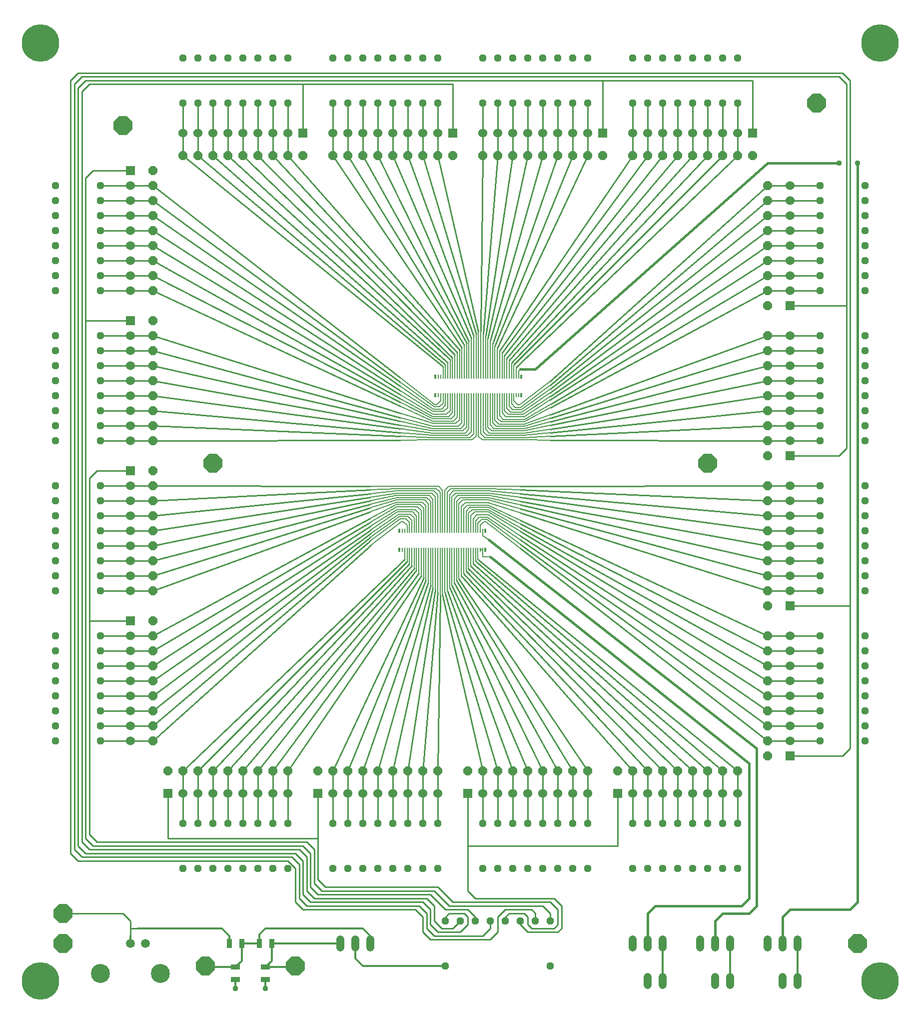
<source format=gtl>
G75*
%MOIN*%
%OFA0B0*%
%FSLAX24Y24*%
%IPPOS*%
%LPD*%
%AMOC8*
5,1,8,0,0,1.08239X$1,22.5*
%
%ADD10R,0.0091X0.0295*%
%ADD11R,0.0138X0.0295*%
%ADD12C,0.1266*%
%ADD13C,0.0591*%
%ADD14R,0.0600X0.0600*%
%ADD15C,0.0600*%
%ADD16C,0.0540*%
%ADD17R,0.0380X0.0600*%
%ADD18R,0.0600X0.0380*%
%ADD19OC8,0.0472*%
%ADD20OC8,0.0600*%
%ADD21OC8,0.1240*%
%ADD22C,0.2500*%
%ADD23C,0.0070*%
%ADD24C,0.0100*%
%ADD25C,0.0376*%
%ADD26C,0.0120*%
%ADD27C,0.0160*%
D10*
X029273Y037386D03*
X029430Y037386D03*
X029588Y037386D03*
X029745Y037386D03*
X029903Y037386D03*
X030060Y037386D03*
X030218Y037386D03*
X030375Y037386D03*
X030533Y037386D03*
X030690Y037386D03*
X030848Y037386D03*
X031005Y037386D03*
X031163Y037386D03*
X031320Y037386D03*
X031478Y037386D03*
X031635Y037386D03*
X031793Y037386D03*
X031950Y037386D03*
X032107Y037386D03*
X032265Y037386D03*
X032422Y037386D03*
X032580Y037386D03*
X032737Y037386D03*
X032895Y037386D03*
X033052Y037386D03*
X033210Y037386D03*
X033367Y037386D03*
X033525Y037386D03*
X033682Y037386D03*
X033840Y037386D03*
X033997Y037386D03*
X034155Y037386D03*
X034312Y037386D03*
X034470Y037386D03*
X034627Y037386D03*
X034627Y038634D03*
X034470Y038634D03*
X034312Y038634D03*
X034155Y038634D03*
X033997Y038634D03*
X033840Y038634D03*
X033682Y038634D03*
X033525Y038634D03*
X033367Y038634D03*
X033210Y038634D03*
X033052Y038634D03*
X032895Y038634D03*
X032737Y038634D03*
X032580Y038634D03*
X032422Y038634D03*
X032265Y038634D03*
X032107Y038634D03*
X031950Y038634D03*
X031793Y038634D03*
X031635Y038634D03*
X031478Y038634D03*
X031320Y038634D03*
X031163Y038634D03*
X031005Y038634D03*
X030848Y038634D03*
X030690Y038634D03*
X030533Y038634D03*
X030375Y038634D03*
X030218Y038634D03*
X030060Y038634D03*
X029903Y038634D03*
X029745Y038634D03*
X029588Y038634D03*
X029430Y038634D03*
X029273Y038634D03*
X031673Y047666D03*
X031830Y047666D03*
X031988Y047666D03*
X032145Y047666D03*
X032303Y047666D03*
X032460Y047666D03*
X032618Y047666D03*
X032775Y047666D03*
X032933Y047666D03*
X033090Y047666D03*
X033248Y047666D03*
X033405Y047666D03*
X033563Y047666D03*
X033720Y047666D03*
X033878Y047666D03*
X034035Y047666D03*
X034193Y047666D03*
X034350Y047666D03*
X034507Y047666D03*
X034665Y047666D03*
X034822Y047666D03*
X034980Y047666D03*
X035137Y047666D03*
X035295Y047666D03*
X035452Y047666D03*
X035610Y047666D03*
X035767Y047666D03*
X035925Y047666D03*
X036082Y047666D03*
X036240Y047666D03*
X036397Y047666D03*
X036555Y047666D03*
X036712Y047666D03*
X036870Y047666D03*
X037027Y047666D03*
X037027Y048914D03*
X036870Y048914D03*
X036712Y048914D03*
X036555Y048914D03*
X036397Y048914D03*
X036240Y048914D03*
X036082Y048914D03*
X035925Y048914D03*
X035767Y048914D03*
X035610Y048914D03*
X035452Y048914D03*
X035295Y048914D03*
X035137Y048914D03*
X034980Y048914D03*
X034822Y048914D03*
X034665Y048914D03*
X034507Y048914D03*
X034350Y048914D03*
X034193Y048914D03*
X034035Y048914D03*
X033878Y048914D03*
X033720Y048914D03*
X033563Y048914D03*
X033405Y048914D03*
X033248Y048914D03*
X033090Y048914D03*
X032933Y048914D03*
X032775Y048914D03*
X032618Y048914D03*
X032460Y048914D03*
X032303Y048914D03*
X032145Y048914D03*
X031988Y048914D03*
X031830Y048914D03*
X031673Y048914D03*
D11*
X031486Y048914D03*
X031486Y047666D03*
X037214Y047666D03*
X037214Y048914D03*
X034814Y038634D03*
X034814Y037386D03*
X029086Y037386D03*
X029086Y038634D03*
D12*
X013150Y009150D03*
X009150Y009150D03*
D13*
X011150Y011150D03*
X012150Y011150D03*
D14*
X013650Y021150D03*
X023650Y021150D03*
X033650Y021150D03*
X043650Y021150D03*
X055150Y023650D03*
X055150Y033650D03*
X055150Y043650D03*
X055150Y053650D03*
X052650Y065150D03*
X042650Y065150D03*
X032650Y065150D03*
X022650Y065150D03*
X011150Y062650D03*
X011150Y052650D03*
X011150Y042650D03*
X011150Y032650D03*
D15*
X011150Y031650D03*
X011150Y030650D03*
X011150Y029650D03*
X011150Y028650D03*
X011150Y027650D03*
X011150Y026650D03*
X011150Y025650D03*
X011150Y024650D03*
X014650Y021150D03*
X015650Y021150D03*
X016650Y021150D03*
X017650Y021150D03*
X018650Y021150D03*
X019650Y021150D03*
X020650Y021150D03*
X021650Y021150D03*
X024650Y021150D03*
X025650Y021150D03*
X026650Y021150D03*
X027650Y021150D03*
X028650Y021150D03*
X029650Y021150D03*
X030650Y021150D03*
X031650Y021150D03*
X034650Y021150D03*
X035650Y021150D03*
X036650Y021150D03*
X037650Y021150D03*
X038650Y021150D03*
X039650Y021150D03*
X040650Y021150D03*
X041650Y021150D03*
X044650Y021150D03*
X045650Y021150D03*
X046650Y021150D03*
X047650Y021150D03*
X048650Y021150D03*
X049650Y021150D03*
X050650Y021150D03*
X051650Y021150D03*
X055150Y024650D03*
X055150Y025650D03*
X055150Y026650D03*
X055150Y027650D03*
X055150Y028650D03*
X055150Y029650D03*
X055150Y030650D03*
X055150Y031650D03*
X055150Y034650D03*
X055150Y035650D03*
X055150Y036650D03*
X055150Y037650D03*
X055150Y038650D03*
X055150Y039650D03*
X055150Y040650D03*
X055150Y041650D03*
X055150Y044650D03*
X055150Y045650D03*
X055150Y046650D03*
X055150Y047650D03*
X055150Y048650D03*
X055150Y049650D03*
X055150Y050650D03*
X055150Y051650D03*
X055150Y054650D03*
X055150Y055650D03*
X055150Y056650D03*
X055150Y057650D03*
X055150Y058650D03*
X055150Y059650D03*
X055150Y060650D03*
X055150Y061650D03*
X051650Y065150D03*
X050650Y065150D03*
X049650Y065150D03*
X048650Y065150D03*
X047650Y065150D03*
X046650Y065150D03*
X045650Y065150D03*
X044650Y065150D03*
X041650Y065150D03*
X040650Y065150D03*
X039650Y065150D03*
X038650Y065150D03*
X037650Y065150D03*
X036650Y065150D03*
X035650Y065150D03*
X034650Y065150D03*
X031650Y065150D03*
X030650Y065150D03*
X029650Y065150D03*
X028650Y065150D03*
X027650Y065150D03*
X026650Y065150D03*
X025650Y065150D03*
X024650Y065150D03*
X021650Y065150D03*
X020650Y065150D03*
X019650Y065150D03*
X018650Y065150D03*
X017650Y065150D03*
X016650Y065150D03*
X015650Y065150D03*
X014650Y065150D03*
X011150Y061650D03*
X011150Y060650D03*
X011150Y059650D03*
X011150Y058650D03*
X011150Y057650D03*
X011150Y056650D03*
X011150Y055650D03*
X011150Y054650D03*
X011150Y051650D03*
X011150Y050650D03*
X011150Y049650D03*
X011150Y048650D03*
X011150Y047650D03*
X011150Y046650D03*
X011150Y045650D03*
X011150Y044650D03*
X011150Y041650D03*
X011150Y040650D03*
X011150Y039650D03*
X011150Y038650D03*
X011150Y037650D03*
X011150Y036650D03*
X011150Y035650D03*
X011150Y034650D03*
D16*
X025150Y011420D02*
X025150Y010880D01*
X026150Y010880D02*
X026150Y011420D01*
X027150Y011420D02*
X027150Y010880D01*
X044650Y010880D02*
X044650Y011420D01*
X045650Y011420D02*
X045650Y010880D01*
X046650Y010880D02*
X046650Y011420D01*
X049150Y011420D02*
X049150Y010880D01*
X050150Y010880D02*
X050150Y011420D01*
X051150Y011420D02*
X051150Y010880D01*
X051150Y008920D02*
X051150Y008380D01*
X050150Y008380D02*
X050150Y008920D01*
X046650Y008920D02*
X046650Y008380D01*
X045650Y008380D02*
X045650Y008920D01*
X053650Y010880D02*
X053650Y011420D01*
X054650Y011420D02*
X054650Y010880D01*
X055650Y010880D02*
X055650Y011420D01*
X055650Y008920D02*
X055650Y008380D01*
X054650Y008380D02*
X054650Y008920D01*
D17*
X020560Y011150D03*
X019740Y011150D03*
X018560Y011150D03*
X017740Y011150D03*
D18*
X018150Y009560D03*
X018150Y008740D03*
X020150Y008740D03*
X020150Y009560D03*
D19*
X020650Y016150D03*
X021650Y016150D03*
X019650Y016150D03*
X018650Y016150D03*
X017650Y016150D03*
X016650Y016150D03*
X015650Y016150D03*
X014650Y016150D03*
X014650Y019150D03*
X015650Y019150D03*
X016650Y019150D03*
X017650Y019150D03*
X018650Y019150D03*
X019650Y019150D03*
X020650Y019150D03*
X021650Y019150D03*
X024650Y019150D03*
X025650Y019150D03*
X026650Y019150D03*
X027650Y019150D03*
X028650Y019150D03*
X029650Y019150D03*
X030650Y019150D03*
X031650Y019150D03*
X031650Y016150D03*
X030650Y016150D03*
X029650Y016150D03*
X028650Y016150D03*
X027650Y016150D03*
X026650Y016150D03*
X025650Y016150D03*
X024650Y016150D03*
X032150Y012650D03*
X033150Y012650D03*
X034150Y012650D03*
X035150Y012650D03*
X036150Y012650D03*
X037150Y012650D03*
X038150Y012650D03*
X039150Y012650D03*
X039150Y009650D03*
X039650Y016150D03*
X040650Y016150D03*
X041650Y016150D03*
X041650Y019150D03*
X040650Y019150D03*
X039650Y019150D03*
X038650Y019150D03*
X037650Y019150D03*
X036650Y019150D03*
X035650Y019150D03*
X034650Y019150D03*
X034650Y016150D03*
X035650Y016150D03*
X036650Y016150D03*
X037650Y016150D03*
X038650Y016150D03*
X044650Y016150D03*
X045650Y016150D03*
X046650Y016150D03*
X047650Y016150D03*
X048650Y016150D03*
X049650Y016150D03*
X050650Y016150D03*
X051650Y016150D03*
X051650Y019150D03*
X050650Y019150D03*
X049650Y019150D03*
X048650Y019150D03*
X047650Y019150D03*
X046650Y019150D03*
X045650Y019150D03*
X044650Y019150D03*
X057150Y024650D03*
X057150Y025650D03*
X057150Y026650D03*
X057150Y027650D03*
X057150Y028650D03*
X057150Y029650D03*
X057150Y030650D03*
X057150Y031650D03*
X057150Y034650D03*
X057150Y035650D03*
X057150Y036650D03*
X057150Y037650D03*
X057150Y038650D03*
X057150Y039650D03*
X057150Y040650D03*
X057150Y041650D03*
X057150Y044650D03*
X057150Y045650D03*
X057150Y046650D03*
X057150Y047650D03*
X057150Y048650D03*
X057150Y049650D03*
X057150Y050650D03*
X057150Y051650D03*
X057150Y054650D03*
X057150Y055650D03*
X057150Y056650D03*
X057150Y057650D03*
X057150Y058650D03*
X057150Y059650D03*
X057150Y060650D03*
X057150Y061650D03*
X060150Y061650D03*
X060150Y060650D03*
X060150Y059650D03*
X060150Y058650D03*
X060150Y057650D03*
X060150Y056650D03*
X060150Y055650D03*
X060150Y054650D03*
X060150Y051650D03*
X060150Y050650D03*
X060150Y049650D03*
X060150Y048650D03*
X060150Y047650D03*
X060150Y046650D03*
X060150Y045650D03*
X060150Y044650D03*
X060150Y041650D03*
X060150Y040650D03*
X060150Y039650D03*
X060150Y038650D03*
X060150Y037650D03*
X060150Y036650D03*
X060150Y035650D03*
X060150Y034650D03*
X060150Y031650D03*
X060150Y030650D03*
X060150Y029650D03*
X060150Y028650D03*
X060150Y027650D03*
X060150Y026650D03*
X060150Y025650D03*
X060150Y024650D03*
X032150Y009650D03*
X009150Y024650D03*
X009150Y025650D03*
X009150Y026650D03*
X009150Y027650D03*
X009150Y028650D03*
X009150Y029650D03*
X009150Y030650D03*
X009150Y031650D03*
X009150Y034650D03*
X009150Y035650D03*
X009150Y036650D03*
X009150Y037650D03*
X009150Y038650D03*
X009150Y039650D03*
X009150Y040650D03*
X009150Y041650D03*
X009150Y044650D03*
X009150Y045650D03*
X009150Y046650D03*
X009150Y047650D03*
X009150Y048650D03*
X009150Y049650D03*
X009150Y050650D03*
X009150Y051650D03*
X009150Y054650D03*
X009150Y055650D03*
X009150Y056650D03*
X009150Y057650D03*
X009150Y058650D03*
X009150Y059650D03*
X009150Y060650D03*
X009150Y061650D03*
X006150Y061650D03*
X006150Y060650D03*
X006150Y059650D03*
X006150Y058650D03*
X006150Y057650D03*
X006150Y056650D03*
X006150Y055650D03*
X006150Y054650D03*
X006150Y051650D03*
X006150Y050650D03*
X006150Y049650D03*
X006150Y048650D03*
X006150Y047650D03*
X006150Y046650D03*
X006150Y045650D03*
X006150Y044650D03*
X006150Y041650D03*
X006150Y040650D03*
X006150Y039650D03*
X006150Y038650D03*
X006150Y037650D03*
X006150Y036650D03*
X006150Y035650D03*
X006150Y034650D03*
X006150Y031650D03*
X006150Y030650D03*
X006150Y029650D03*
X006150Y028650D03*
X006150Y027650D03*
X006150Y026650D03*
X006150Y025650D03*
X006150Y024650D03*
X014650Y067150D03*
X015650Y067150D03*
X016650Y067150D03*
X017650Y067150D03*
X018650Y067150D03*
X019650Y067150D03*
X020650Y067150D03*
X021650Y067150D03*
X021650Y070150D03*
X020650Y070150D03*
X019650Y070150D03*
X018650Y070150D03*
X017650Y070150D03*
X016650Y070150D03*
X015650Y070150D03*
X014650Y070150D03*
X024650Y070150D03*
X025650Y070150D03*
X026650Y070150D03*
X027650Y070150D03*
X028650Y070150D03*
X029650Y070150D03*
X030650Y070150D03*
X031650Y070150D03*
X034650Y070150D03*
X035650Y070150D03*
X036650Y070150D03*
X037650Y070150D03*
X038650Y070150D03*
X039650Y070150D03*
X040650Y070150D03*
X041650Y070150D03*
X041650Y067150D03*
X040650Y067150D03*
X039650Y067150D03*
X038650Y067150D03*
X037650Y067150D03*
X036650Y067150D03*
X035650Y067150D03*
X034650Y067150D03*
X031650Y067150D03*
X030650Y067150D03*
X029650Y067150D03*
X028650Y067150D03*
X027650Y067150D03*
X026650Y067150D03*
X025650Y067150D03*
X024650Y067150D03*
X044650Y067150D03*
X045650Y067150D03*
X046650Y067150D03*
X047650Y067150D03*
X048650Y067150D03*
X049650Y067150D03*
X050650Y067150D03*
X051650Y067150D03*
X051650Y070150D03*
X050650Y070150D03*
X049650Y070150D03*
X048650Y070150D03*
X047650Y070150D03*
X046650Y070150D03*
X045650Y070150D03*
X044650Y070150D03*
D20*
X044650Y063650D03*
X045650Y063650D03*
X046650Y063650D03*
X047650Y063650D03*
X048650Y063650D03*
X049650Y063650D03*
X050650Y063650D03*
X051650Y063650D03*
X052650Y063650D03*
X053650Y061650D03*
X053650Y060650D03*
X053650Y059650D03*
X053650Y058650D03*
X053650Y057650D03*
X053650Y056650D03*
X053650Y055650D03*
X053650Y054650D03*
X053650Y053650D03*
X053650Y051650D03*
X053650Y050650D03*
X053650Y049650D03*
X053650Y048650D03*
X053650Y047650D03*
X053650Y046650D03*
X053650Y045650D03*
X053650Y044650D03*
X053650Y043650D03*
X053650Y041650D03*
X053650Y040650D03*
X053650Y039650D03*
X053650Y038650D03*
X053650Y037650D03*
X053650Y036650D03*
X053650Y035650D03*
X053650Y034650D03*
X053650Y033650D03*
X053650Y031650D03*
X053650Y030650D03*
X053650Y029650D03*
X053650Y028650D03*
X053650Y027650D03*
X053650Y026650D03*
X053650Y025650D03*
X053650Y024650D03*
X053650Y023650D03*
X051650Y022650D03*
X050650Y022650D03*
X049650Y022650D03*
X048650Y022650D03*
X047650Y022650D03*
X046650Y022650D03*
X045650Y022650D03*
X044650Y022650D03*
X043650Y022650D03*
X041650Y022650D03*
X040650Y022650D03*
X039650Y022650D03*
X038650Y022650D03*
X037650Y022650D03*
X036650Y022650D03*
X035650Y022650D03*
X034650Y022650D03*
X033650Y022650D03*
X031650Y022650D03*
X030650Y022650D03*
X029650Y022650D03*
X028650Y022650D03*
X027650Y022650D03*
X026650Y022650D03*
X025650Y022650D03*
X024650Y022650D03*
X023650Y022650D03*
X021650Y022650D03*
X020650Y022650D03*
X019650Y022650D03*
X018650Y022650D03*
X017650Y022650D03*
X016650Y022650D03*
X015650Y022650D03*
X014650Y022650D03*
X013650Y022650D03*
X012650Y024650D03*
X012650Y025650D03*
X012650Y026650D03*
X012650Y027650D03*
X012650Y028650D03*
X012650Y029650D03*
X012650Y030650D03*
X012650Y031650D03*
X012650Y032650D03*
X012650Y034650D03*
X012650Y035650D03*
X012650Y036650D03*
X012650Y037650D03*
X012650Y038650D03*
X012650Y039650D03*
X012650Y040650D03*
X012650Y041650D03*
X012650Y042650D03*
X012650Y044650D03*
X012650Y045650D03*
X012650Y046650D03*
X012650Y047650D03*
X012650Y048650D03*
X012650Y049650D03*
X012650Y050650D03*
X012650Y051650D03*
X012650Y052650D03*
X012650Y054650D03*
X012650Y055650D03*
X012650Y056650D03*
X012650Y057650D03*
X012650Y058650D03*
X012650Y059650D03*
X012650Y060650D03*
X012650Y061650D03*
X012650Y062650D03*
X014650Y063650D03*
X015650Y063650D03*
X016650Y063650D03*
X017650Y063650D03*
X018650Y063650D03*
X019650Y063650D03*
X020650Y063650D03*
X021650Y063650D03*
X022650Y063650D03*
X024650Y063650D03*
X025650Y063650D03*
X026650Y063650D03*
X027650Y063650D03*
X028650Y063650D03*
X029650Y063650D03*
X030650Y063650D03*
X031650Y063650D03*
X032650Y063650D03*
X034650Y063650D03*
X035650Y063650D03*
X036650Y063650D03*
X037650Y063650D03*
X038650Y063650D03*
X039650Y063650D03*
X040650Y063650D03*
X041650Y063650D03*
X042650Y063650D03*
D21*
X056900Y067150D03*
X049650Y043150D03*
X059650Y011150D03*
X022150Y009650D03*
X016150Y009650D03*
X006650Y011150D03*
X006650Y013150D03*
X016650Y043150D03*
X010650Y065650D03*
D22*
X005150Y008650D03*
X005150Y071150D03*
X061150Y071150D03*
X061150Y008650D03*
D23*
X037150Y037460D02*
X034850Y039250D01*
X034720Y039250D01*
X034470Y039000D01*
X034470Y038634D01*
X034627Y038634D02*
X034627Y038302D01*
X035022Y038052D01*
X034627Y037386D02*
X034470Y037386D01*
X034627Y037386D02*
X034627Y036900D01*
X035150Y036900D01*
X034312Y036738D02*
X034312Y037386D01*
X034155Y037386D02*
X034155Y036595D01*
X033997Y036453D02*
X033997Y037386D01*
X033840Y037386D02*
X033840Y036260D01*
X033682Y036118D02*
X033682Y037386D01*
X033525Y037386D02*
X033525Y035925D01*
X033367Y035783D02*
X033367Y037386D01*
X033210Y037386D02*
X033210Y035640D01*
X033052Y035448D02*
X033052Y037386D01*
X032895Y037386D02*
X032895Y035305D01*
X032737Y035163D02*
X032737Y037386D01*
X032580Y037386D02*
X032580Y035020D01*
X032422Y034828D02*
X032422Y037386D01*
X032265Y037386D02*
X032265Y034685D01*
X032107Y034543D02*
X032107Y037386D01*
X031950Y037386D02*
X031950Y034400D01*
X031793Y034357D02*
X031793Y037386D01*
X031635Y037386D02*
X031635Y034550D01*
X031478Y034700D02*
X031478Y037386D01*
X031320Y037386D02*
X031320Y034850D01*
X031163Y035000D02*
X031163Y037386D01*
X031005Y037386D02*
X031005Y035200D01*
X030848Y035350D02*
X030848Y037386D01*
X030690Y037386D02*
X030690Y035500D01*
X030533Y035650D02*
X030533Y037386D01*
X030375Y037386D02*
X030375Y035800D01*
X030218Y036000D02*
X030218Y037386D01*
X030060Y037386D02*
X030060Y036150D01*
X029903Y036300D02*
X029903Y037386D01*
X029745Y037386D02*
X029745Y036450D01*
X029588Y036600D02*
X029588Y037386D01*
X029430Y037386D02*
X029430Y036750D01*
X029588Y038634D02*
X029588Y039000D01*
X029338Y039250D01*
X029200Y039250D01*
X027160Y037680D01*
X027150Y037960D02*
X029150Y039450D01*
X029495Y039450D01*
X029745Y039200D01*
X029745Y038634D01*
X029903Y038634D02*
X029903Y039350D01*
X029653Y039600D01*
X029100Y039600D01*
X027140Y038200D01*
X027150Y038450D02*
X029050Y039750D01*
X029810Y039750D01*
X030060Y039500D01*
X030060Y038634D01*
X030218Y038634D02*
X030218Y039650D01*
X029968Y039900D01*
X028950Y039900D01*
X027140Y038690D01*
X027150Y038930D02*
X028900Y040050D01*
X030125Y040050D01*
X030375Y039800D01*
X030375Y038634D01*
X030533Y038634D02*
X030533Y040000D01*
X030283Y040250D01*
X028900Y040250D01*
X027140Y039210D01*
X027150Y039460D02*
X028900Y040400D01*
X030440Y040400D01*
X030690Y040150D01*
X030690Y038634D01*
X030848Y038634D02*
X030848Y040300D01*
X030598Y040550D01*
X028900Y040550D01*
X027150Y039920D01*
X027150Y040160D02*
X028900Y040700D01*
X030755Y040700D01*
X031005Y040450D01*
X031005Y038634D01*
X031163Y038634D02*
X031163Y040600D01*
X030913Y040850D01*
X028900Y040850D01*
X027150Y040400D01*
X027150Y040640D02*
X028900Y041000D01*
X031070Y041000D01*
X031320Y040750D01*
X031320Y038634D01*
X031478Y038634D02*
X031478Y040900D01*
X031228Y041150D01*
X028900Y041150D01*
X027150Y040880D01*
X027150Y041120D02*
X028900Y041300D01*
X031385Y041300D01*
X031635Y041050D01*
X031635Y038634D01*
X031793Y038634D02*
X031793Y041200D01*
X031543Y041450D01*
X028900Y041450D01*
X027150Y041360D01*
X027150Y041610D02*
X028900Y041600D01*
X031700Y041600D01*
X031950Y041350D01*
X031950Y038634D01*
X032107Y038634D02*
X032107Y041350D01*
X032357Y041600D01*
X035000Y041600D01*
X037150Y041610D01*
X037150Y041360D02*
X035000Y041450D01*
X032515Y041450D01*
X032265Y041200D01*
X032265Y038634D01*
X032422Y038634D02*
X032422Y041050D01*
X032672Y041300D01*
X035000Y041300D01*
X037150Y041110D01*
X037150Y040860D02*
X035000Y041150D01*
X032830Y041150D01*
X032580Y040900D01*
X032580Y038634D01*
X032737Y038634D02*
X032737Y040750D01*
X032987Y041000D01*
X035000Y041000D01*
X037150Y040620D01*
X037150Y040360D02*
X035000Y040850D01*
X033145Y040850D01*
X032895Y040600D01*
X032895Y038634D01*
X033052Y038634D02*
X033052Y040450D01*
X033302Y040700D01*
X035000Y040700D01*
X037150Y040120D01*
X037150Y039830D02*
X035000Y040500D01*
X033460Y040500D01*
X033210Y040250D01*
X033210Y038634D01*
X033367Y038634D02*
X033367Y040100D01*
X033617Y040350D01*
X035000Y040350D01*
X037150Y039350D01*
X037150Y039100D02*
X035000Y040200D01*
X033775Y040200D01*
X033525Y039950D01*
X033525Y038634D01*
X033682Y038634D02*
X033682Y039800D01*
X033932Y040050D01*
X035000Y040050D01*
X037150Y038850D01*
X037150Y038600D02*
X035000Y039900D01*
X034090Y039900D01*
X033840Y039650D01*
X033840Y038634D01*
X033997Y038634D02*
X033997Y039450D01*
X034247Y039700D01*
X035000Y039700D01*
X037150Y038310D01*
X037150Y038030D02*
X034950Y039550D01*
X034405Y039550D01*
X034155Y039300D01*
X034155Y038634D01*
X034312Y038634D02*
X034312Y039150D01*
X034562Y039400D01*
X034900Y039400D01*
X037150Y037750D01*
X037400Y044700D02*
X034600Y044700D01*
X034350Y044950D01*
X034350Y047666D01*
X034507Y047666D02*
X034507Y045100D01*
X034757Y044850D01*
X037400Y044850D01*
X039150Y044940D01*
X039150Y045180D02*
X037400Y045000D01*
X034915Y045000D01*
X034665Y045250D01*
X034665Y047666D01*
X034822Y047666D02*
X034822Y045400D01*
X035072Y045150D01*
X037400Y045150D01*
X039150Y045420D01*
X039150Y045660D02*
X037400Y045300D01*
X035230Y045300D01*
X034980Y045550D01*
X034980Y047666D01*
X035137Y047666D02*
X035137Y045700D01*
X035387Y045450D01*
X037400Y045450D01*
X039150Y045900D01*
X039150Y046140D02*
X037400Y045600D01*
X035545Y045600D01*
X035295Y045850D01*
X035295Y047666D01*
X035452Y047666D02*
X035452Y046000D01*
X035702Y045750D01*
X037400Y045750D01*
X039150Y046380D01*
X039150Y046840D02*
X037400Y045900D01*
X035860Y045900D01*
X035610Y046150D01*
X035610Y047666D01*
X035767Y047666D02*
X035767Y046300D01*
X036017Y046050D01*
X037400Y046050D01*
X039160Y047090D01*
X039150Y047370D02*
X037400Y046250D01*
X036175Y046250D01*
X035925Y046500D01*
X035925Y047666D01*
X036082Y047666D02*
X036082Y046650D01*
X036332Y046400D01*
X037350Y046400D01*
X039160Y047610D01*
X039150Y047850D02*
X037250Y046550D01*
X036490Y046550D01*
X036240Y046800D01*
X036240Y047666D01*
X036397Y047666D02*
X036397Y046950D01*
X036647Y046700D01*
X037200Y046700D01*
X039160Y048100D01*
X039150Y048340D02*
X037150Y046850D01*
X036805Y046850D01*
X036555Y047100D01*
X036555Y047666D01*
X036712Y047666D02*
X036712Y047300D01*
X036962Y047050D01*
X037100Y047050D01*
X039140Y048620D01*
X037027Y048914D02*
X037027Y049277D01*
X037150Y049400D01*
X036870Y049550D02*
X036870Y048914D01*
X036712Y048914D02*
X036712Y049700D01*
X036555Y049850D02*
X036555Y048914D01*
X036397Y048914D02*
X036397Y050000D01*
X036240Y050150D02*
X036240Y048914D01*
X036082Y048914D02*
X036082Y050300D01*
X035925Y050500D02*
X035925Y048914D01*
X035767Y048914D02*
X035767Y050650D01*
X035610Y050800D02*
X035610Y048914D01*
X035452Y048914D02*
X035452Y050950D01*
X035295Y051100D02*
X035295Y048914D01*
X035137Y048914D02*
X035137Y051300D01*
X034980Y051450D02*
X034980Y048914D01*
X034822Y048914D02*
X034822Y051600D01*
X034665Y051750D02*
X034665Y048914D01*
X034507Y048914D02*
X034507Y051943D01*
X034350Y051900D02*
X034350Y048914D01*
X034193Y048914D02*
X034193Y051757D01*
X034035Y051615D02*
X034035Y048914D01*
X033878Y048914D02*
X033878Y051472D01*
X033720Y051280D02*
X033720Y048914D01*
X033563Y048914D02*
X033563Y051137D01*
X033405Y050995D02*
X033405Y048914D01*
X033248Y048914D02*
X033248Y050852D01*
X033090Y050660D02*
X033090Y048914D01*
X032933Y048914D02*
X032933Y050517D01*
X032775Y050375D02*
X032775Y048914D01*
X032618Y048914D02*
X032618Y050182D01*
X032460Y050040D02*
X032460Y048914D01*
X032303Y048914D02*
X032303Y049847D01*
X032145Y049705D02*
X032145Y048914D01*
X031988Y048914D02*
X031988Y049562D01*
X031988Y047666D02*
X031988Y047150D01*
X031738Y046900D01*
X031400Y046900D01*
X029150Y048550D01*
X029150Y048270D02*
X031350Y046750D01*
X031895Y046750D01*
X032145Y047000D01*
X032145Y047666D01*
X032303Y047666D02*
X032303Y046850D01*
X032053Y046600D01*
X031300Y046600D01*
X029150Y047990D01*
X029150Y047700D02*
X031300Y046400D01*
X032210Y046400D01*
X032460Y046650D01*
X032460Y047666D01*
X032618Y047666D02*
X032618Y046500D01*
X032368Y046250D01*
X031300Y046250D01*
X029150Y047450D01*
X029150Y047200D02*
X031300Y046100D01*
X032525Y046100D01*
X032775Y046350D01*
X032775Y047666D01*
X032933Y047666D02*
X032933Y046200D01*
X032683Y045950D01*
X031300Y045950D01*
X029150Y046950D01*
X029150Y046470D02*
X031300Y045800D01*
X032840Y045800D01*
X033090Y046050D01*
X033090Y047666D01*
X033248Y047666D02*
X033248Y045850D01*
X032998Y045600D01*
X031300Y045600D01*
X029150Y046180D01*
X029150Y045940D02*
X031300Y045450D01*
X033155Y045450D01*
X033405Y045700D01*
X033405Y047666D01*
X033563Y047666D02*
X033563Y045550D01*
X033313Y045300D01*
X031300Y045300D01*
X029150Y045680D01*
X029150Y045440D02*
X031300Y045150D01*
X033470Y045150D01*
X033720Y045400D01*
X033720Y047666D01*
X033878Y047666D02*
X033878Y045250D01*
X033628Y045000D01*
X031300Y045000D01*
X029150Y045190D01*
X029150Y044940D02*
X031300Y044850D01*
X033785Y044850D01*
X034035Y045100D01*
X034035Y047666D01*
X034193Y047666D02*
X034193Y044950D01*
X033943Y044700D01*
X031300Y044700D01*
X029150Y044690D01*
X031450Y047050D02*
X029150Y048840D01*
X031450Y047050D02*
X031580Y047050D01*
X031830Y047300D01*
X031830Y047666D01*
X037400Y044700D02*
X039150Y044690D01*
D24*
X053650Y044650D01*
X055150Y044650D01*
X057150Y044650D01*
X057150Y045650D02*
X055150Y045650D01*
X053650Y045650D01*
X039150Y044940D01*
X039150Y045180D02*
X053650Y046650D01*
X055150Y046650D01*
X057150Y046650D01*
X057150Y047650D02*
X055150Y047650D01*
X053650Y047650D01*
X039150Y045420D01*
X039150Y045660D02*
X053650Y048650D01*
X055150Y048650D01*
X057150Y048650D01*
X057150Y049650D02*
X055150Y049650D01*
X053650Y049650D01*
X039150Y045900D01*
X039150Y046140D02*
X053650Y050650D01*
X055150Y050650D01*
X057150Y050650D01*
X057150Y051650D02*
X055150Y051650D01*
X053650Y051650D01*
X039150Y046380D01*
X039150Y046840D02*
X053650Y054650D01*
X055150Y054650D01*
X057150Y054650D01*
X057150Y055650D02*
X055150Y055650D01*
X053650Y055650D01*
X039160Y047090D01*
X039150Y047370D02*
X053650Y056650D01*
X055150Y056650D01*
X057150Y056650D01*
X057150Y057650D02*
X055150Y057650D01*
X053650Y057650D01*
X039160Y047610D01*
X039150Y047850D02*
X053650Y058650D01*
X055150Y058650D01*
X057150Y058650D01*
X057150Y059650D02*
X055150Y059650D01*
X053650Y059650D01*
X039160Y048100D01*
X039150Y048340D02*
X053650Y060650D01*
X055150Y060650D01*
X057150Y060650D01*
X057150Y061650D02*
X055150Y061650D01*
X053650Y061650D01*
X039140Y048620D01*
X036870Y049550D02*
X051650Y063650D01*
X051650Y065150D01*
X051650Y067150D01*
X050650Y067150D02*
X050650Y065150D01*
X050650Y063650D01*
X036712Y049700D01*
X036555Y049850D02*
X049650Y063650D01*
X049650Y065150D01*
X049650Y067150D01*
X048650Y067150D02*
X048650Y065150D01*
X048650Y063650D01*
X036397Y050000D01*
X036240Y050150D02*
X047650Y063650D01*
X047650Y065150D01*
X047650Y067150D01*
X046650Y067150D02*
X046650Y065150D01*
X046650Y063650D01*
X036082Y050300D01*
X035925Y050500D02*
X045650Y063650D01*
X045650Y065150D01*
X045650Y067150D01*
X044650Y067150D02*
X044650Y065150D01*
X044650Y063650D01*
X035767Y050650D01*
X035610Y050800D02*
X041650Y063650D01*
X041650Y065150D01*
X041650Y067150D01*
X040650Y067150D02*
X040650Y065150D01*
X040650Y063650D01*
X035452Y050950D01*
X035295Y051100D02*
X039650Y063650D01*
X039650Y065150D01*
X039650Y067150D01*
X038650Y067150D02*
X038650Y065150D01*
X038650Y063650D01*
X035137Y051300D01*
X034980Y051450D02*
X037650Y063650D01*
X037650Y065150D01*
X037650Y067150D01*
X036650Y067150D02*
X036650Y065150D01*
X036650Y063650D01*
X034822Y051600D01*
X034665Y051750D02*
X035650Y063650D01*
X035650Y065150D01*
X035650Y067150D01*
X034650Y067150D02*
X034650Y065150D01*
X034650Y063650D01*
X034507Y051943D01*
X034350Y051900D02*
X031650Y063650D01*
X031650Y065150D01*
X031650Y067150D01*
X030650Y067150D02*
X030650Y065150D01*
X030650Y063650D01*
X034193Y051757D01*
X034035Y051615D02*
X029650Y063650D01*
X029650Y065150D01*
X029650Y067150D01*
X028650Y067150D02*
X028650Y065150D01*
X028650Y063650D01*
X033878Y051472D01*
X033720Y051280D02*
X027650Y063650D01*
X027650Y065150D01*
X027650Y067150D01*
X026650Y067150D02*
X026650Y065150D01*
X026650Y063650D01*
X033563Y051137D01*
X033405Y050995D02*
X025650Y063650D01*
X025650Y065150D01*
X025650Y067150D01*
X024650Y067150D02*
X024650Y065150D01*
X024650Y063650D01*
X033248Y050852D01*
X033090Y050660D02*
X021650Y063650D01*
X021650Y065150D01*
X021650Y067150D01*
X020650Y067150D02*
X020650Y065150D01*
X020650Y063650D01*
X032933Y050517D01*
X032775Y050375D02*
X019650Y063650D01*
X019650Y065150D01*
X019650Y067150D01*
X018650Y067150D02*
X018650Y065150D01*
X018650Y063650D01*
X032618Y050182D01*
X032460Y050040D02*
X017650Y063650D01*
X017650Y065150D01*
X017650Y067150D01*
X016650Y067150D02*
X016650Y065150D01*
X016650Y063650D01*
X032303Y049847D01*
X032145Y049705D02*
X015650Y063650D01*
X015650Y065150D01*
X015650Y067150D01*
X014650Y067150D02*
X014650Y065150D01*
X014650Y063650D01*
X031988Y049562D01*
X029150Y048840D02*
X012650Y061650D01*
X011150Y061650D01*
X009150Y061650D01*
X008650Y062650D02*
X011150Y062650D01*
X011150Y060650D02*
X009150Y060650D01*
X009150Y059650D02*
X011150Y059650D01*
X012650Y059650D01*
X029150Y048270D01*
X029150Y048550D02*
X012650Y060650D01*
X011150Y060650D01*
X011150Y058650D02*
X009150Y058650D01*
X009150Y057650D02*
X011150Y057650D01*
X012650Y057650D01*
X029150Y047700D01*
X029150Y047450D02*
X012650Y056650D01*
X011150Y056650D01*
X009150Y056650D01*
X009150Y055650D02*
X011150Y055650D01*
X012650Y055650D01*
X029150Y047200D01*
X029150Y046950D02*
X012650Y054650D01*
X011150Y054650D01*
X009150Y054650D01*
X008150Y052650D02*
X011150Y052650D01*
X011150Y051650D02*
X012650Y051650D01*
X029150Y046470D01*
X029150Y046180D02*
X012650Y050650D01*
X011150Y050650D01*
X009150Y050650D01*
X009150Y049650D02*
X011150Y049650D01*
X012650Y049650D01*
X029150Y045940D01*
X029150Y045680D02*
X012650Y048650D01*
X011150Y048650D01*
X009150Y048650D01*
X009150Y047650D02*
X011150Y047650D01*
X012650Y047650D01*
X029150Y045440D01*
X029150Y045190D02*
X012650Y046650D01*
X011150Y046650D01*
X009150Y046650D01*
X009150Y045650D02*
X011150Y045650D01*
X012650Y045650D01*
X029150Y044940D01*
X029150Y044690D02*
X012650Y044650D01*
X011150Y044650D01*
X009150Y044650D01*
X008900Y042650D02*
X011150Y042650D01*
X011150Y041650D02*
X009150Y041650D01*
X008400Y042150D02*
X008900Y042650D01*
X008400Y042150D02*
X008400Y032650D01*
X011150Y032650D01*
X011150Y031650D02*
X009150Y031650D01*
X008400Y032650D02*
X008400Y018400D01*
X008900Y017900D01*
X022900Y017900D01*
X023400Y017400D01*
X023400Y015150D01*
X023900Y014650D01*
X031400Y014650D01*
X032400Y013650D01*
X038650Y013650D01*
X039150Y013150D01*
X039150Y012650D01*
X039400Y012150D02*
X039650Y012400D01*
X039650Y013400D01*
X039150Y013900D01*
X032650Y013900D01*
X031650Y014900D01*
X024150Y014900D01*
X023650Y015400D01*
X023650Y018150D01*
X013650Y018150D01*
X013650Y021150D01*
X014650Y021150D02*
X014650Y022650D01*
X029430Y036750D01*
X029588Y036600D02*
X015650Y022650D01*
X015650Y021150D01*
X015650Y019150D01*
X014650Y019150D02*
X014650Y021150D01*
X016650Y021150D02*
X016650Y019150D01*
X017650Y019150D02*
X017650Y021150D01*
X017650Y022650D01*
X029903Y036300D01*
X030060Y036150D02*
X018650Y022650D01*
X018650Y021150D01*
X018650Y019150D01*
X019650Y019150D02*
X019650Y021150D01*
X019650Y022650D01*
X030218Y036000D01*
X030375Y035800D02*
X020650Y022650D01*
X020650Y021150D01*
X020650Y019150D01*
X021650Y019150D02*
X021650Y021150D01*
X021650Y022650D01*
X030533Y035650D01*
X030690Y035500D02*
X024650Y022650D01*
X024650Y021150D01*
X024650Y019150D01*
X025650Y019150D02*
X025650Y021150D01*
X025650Y022650D01*
X030848Y035350D01*
X031005Y035200D02*
X026650Y022650D01*
X026650Y021150D01*
X026650Y019150D01*
X027650Y019150D02*
X027650Y021150D01*
X027650Y022650D01*
X031163Y035000D01*
X031320Y034850D02*
X028650Y022650D01*
X028650Y021150D01*
X028650Y019150D01*
X029650Y019150D02*
X029650Y021150D01*
X029650Y022650D01*
X031478Y034700D01*
X031635Y034550D02*
X030650Y022650D01*
X030650Y021150D01*
X030650Y019150D01*
X031650Y019150D02*
X031650Y021150D01*
X031650Y022650D01*
X031793Y034357D01*
X031950Y034400D02*
X034650Y022650D01*
X034650Y021150D01*
X034650Y019150D01*
X035650Y019150D02*
X035650Y021150D01*
X035650Y022650D01*
X032107Y034543D01*
X032265Y034685D02*
X036650Y022650D01*
X036650Y021150D01*
X036650Y019150D01*
X037650Y019150D02*
X037650Y021150D01*
X037650Y022650D01*
X032422Y034828D01*
X032580Y035020D02*
X038650Y022650D01*
X038650Y021150D01*
X038650Y019150D01*
X039650Y019150D02*
X039650Y021150D01*
X039650Y022650D01*
X032737Y035163D01*
X032895Y035305D02*
X040650Y022650D01*
X040650Y021150D01*
X040650Y019150D01*
X041650Y019150D02*
X041650Y021150D01*
X041650Y022650D01*
X033052Y035448D01*
X033210Y035640D02*
X044650Y022650D01*
X044650Y021150D01*
X044650Y019150D01*
X045650Y019150D02*
X045650Y021150D01*
X045650Y022650D01*
X033367Y035783D01*
X033525Y035925D02*
X046650Y022650D01*
X046650Y021150D01*
X046650Y019150D01*
X047650Y019150D02*
X047650Y021150D01*
X047650Y022650D01*
X033682Y036118D01*
X033840Y036260D02*
X048650Y022650D01*
X048650Y021150D01*
X048650Y019150D01*
X049650Y019150D02*
X049650Y021150D01*
X049650Y022650D01*
X033997Y036453D01*
X034155Y036595D02*
X050650Y022650D01*
X050650Y021150D01*
X050650Y019150D01*
X051650Y019150D02*
X051650Y021150D01*
X051650Y022650D01*
X034312Y036738D01*
X037150Y037460D02*
X053650Y024650D01*
X037150Y037460D01*
X037150Y037750D02*
X053650Y025650D01*
X055150Y025650D01*
X057150Y025650D01*
X057150Y026650D02*
X055150Y026650D01*
X053650Y026650D01*
X037150Y038030D01*
X037150Y038310D02*
X053650Y027650D01*
X055150Y027650D01*
X057150Y027650D01*
X057150Y028650D02*
X055150Y028650D01*
X053650Y028650D01*
X037150Y038600D01*
X037150Y038850D02*
X053650Y029650D01*
X055150Y029650D01*
X057150Y029650D01*
X057150Y030650D02*
X055150Y030650D01*
X053650Y030650D01*
X037150Y039100D01*
X037150Y039350D02*
X053650Y031650D01*
X055150Y031650D01*
X057150Y031650D01*
X059150Y033650D02*
X055150Y033650D01*
X055150Y034650D02*
X053650Y034650D01*
X037150Y039830D01*
X037150Y040120D02*
X053650Y035650D01*
X055150Y035650D01*
X057150Y035650D01*
X057150Y036650D02*
X055150Y036650D01*
X053650Y036650D01*
X037150Y040360D01*
X037150Y040620D02*
X053650Y037650D01*
X055150Y037650D01*
X057150Y037650D01*
X057150Y038650D02*
X055150Y038650D01*
X053650Y038650D01*
X037150Y040860D01*
X037150Y041110D02*
X053650Y039650D01*
X055150Y039650D01*
X057150Y039650D01*
X057150Y040650D02*
X055150Y040650D01*
X053650Y040650D01*
X037150Y041360D01*
X037150Y041610D02*
X053650Y041650D01*
X055150Y041650D01*
X057150Y041650D01*
X058400Y043650D02*
X058900Y044150D01*
X058900Y053650D01*
X055150Y053650D01*
X058900Y053650D02*
X058900Y068400D01*
X058400Y068900D01*
X007900Y068900D01*
X007400Y068400D01*
X007400Y017400D01*
X007900Y016900D01*
X021900Y016900D01*
X022400Y016400D01*
X022400Y014150D01*
X022900Y013650D01*
X030400Y013650D01*
X030900Y013150D01*
X030900Y012150D01*
X031400Y011650D01*
X034650Y011650D01*
X035150Y012150D01*
X035150Y012650D01*
X035650Y012900D02*
X035650Y011900D01*
X035150Y011400D01*
X031150Y011400D01*
X030650Y011900D01*
X030650Y012900D01*
X030150Y013400D01*
X022650Y013400D01*
X022150Y013900D01*
X022150Y016150D01*
X021650Y016650D01*
X007650Y016650D01*
X007150Y017150D01*
X007150Y068650D01*
X007650Y069150D01*
X058650Y069150D01*
X059150Y068650D01*
X059150Y033650D01*
X059150Y024150D01*
X058650Y023650D01*
X055150Y023650D01*
X055150Y024650D02*
X053650Y024650D01*
X055150Y024650D02*
X057150Y024650D01*
X057150Y034650D02*
X055150Y034650D01*
X055150Y043650D02*
X058400Y043650D01*
X052650Y065150D02*
X052650Y068650D01*
X042650Y068650D01*
X042650Y065150D01*
X042650Y068650D02*
X008150Y068650D01*
X007650Y068150D01*
X007650Y017650D01*
X008150Y017150D01*
X022150Y017150D01*
X022650Y016650D01*
X022650Y014400D01*
X023150Y013900D01*
X030650Y013900D01*
X031150Y013400D01*
X031150Y012400D01*
X031650Y011900D01*
X033150Y011900D01*
X033650Y012400D01*
X033650Y012900D01*
X033400Y013150D01*
X032400Y013150D01*
X032150Y012900D01*
X032150Y012650D01*
X031900Y012150D02*
X031400Y012650D01*
X031400Y013650D01*
X030900Y014150D01*
X023400Y014150D01*
X022900Y014650D01*
X022900Y016900D01*
X022400Y017400D01*
X008400Y017400D01*
X007900Y017900D01*
X007900Y067900D01*
X008400Y068400D01*
X022650Y068400D01*
X022650Y065150D01*
X022650Y068400D02*
X032650Y068400D01*
X032650Y065150D01*
X029150Y047990D02*
X012650Y058650D01*
X011150Y058650D01*
X008150Y062150D02*
X008650Y062650D01*
X008150Y062150D02*
X008150Y052650D01*
X008150Y018150D01*
X008650Y017650D01*
X022650Y017650D01*
X023150Y017150D01*
X023150Y014900D01*
X023650Y014400D01*
X031150Y014400D01*
X032150Y013400D01*
X033650Y013400D01*
X034150Y012900D01*
X034150Y012650D01*
X033150Y012650D02*
X032650Y012150D01*
X031900Y012150D01*
X034150Y014150D02*
X033650Y014650D01*
X033650Y017650D01*
X033650Y021150D01*
X033650Y017650D02*
X043650Y017650D01*
X043650Y021150D01*
X039400Y014150D02*
X034150Y014150D01*
X035650Y012900D02*
X036150Y013400D01*
X037900Y013400D01*
X038150Y013150D01*
X038150Y012650D01*
X037650Y012900D02*
X037650Y012400D01*
X037900Y012150D01*
X039400Y012150D01*
X039650Y011900D02*
X039900Y012150D01*
X039900Y013650D01*
X039400Y014150D01*
X037650Y012900D02*
X037400Y013150D01*
X036400Y013150D01*
X036150Y012900D01*
X036150Y012650D01*
X037150Y012650D02*
X037150Y012400D01*
X037650Y011900D01*
X039650Y011900D01*
X023650Y018150D02*
X023650Y021150D01*
X016650Y021150D02*
X016650Y022650D01*
X029745Y036450D01*
X027160Y037680D02*
X012650Y024650D01*
X011150Y024650D01*
X009150Y024650D01*
X009150Y025650D02*
X011150Y025650D01*
X012650Y025650D01*
X027150Y037960D01*
X027140Y038200D02*
X012650Y026650D01*
X011150Y026650D01*
X009150Y026650D01*
X009150Y027650D02*
X011150Y027650D01*
X012650Y027650D01*
X027150Y038450D01*
X027140Y038690D02*
X012650Y028650D01*
X011150Y028650D01*
X009150Y028650D01*
X009150Y029650D02*
X011150Y029650D01*
X012650Y029650D01*
X027150Y038930D01*
X027140Y039210D02*
X012650Y030650D01*
X011150Y030650D01*
X009150Y030650D01*
X011150Y031650D02*
X012650Y031650D01*
X027150Y039460D01*
X027150Y039920D02*
X012650Y034650D01*
X011150Y034650D01*
X009150Y034650D01*
X009150Y035650D02*
X011150Y035650D01*
X012650Y035650D01*
X027150Y040160D01*
X027150Y040400D02*
X012650Y036650D01*
X011150Y036650D01*
X009150Y036650D01*
X009150Y037650D02*
X011150Y037650D01*
X012650Y037650D01*
X027150Y040640D01*
X027150Y040880D02*
X012650Y038650D01*
X011150Y038650D01*
X009150Y038650D01*
X009150Y039650D02*
X011150Y039650D01*
X012650Y039650D01*
X027150Y041120D01*
X027150Y041360D02*
X012650Y040650D01*
X011150Y040650D01*
X009150Y040650D01*
X011150Y041650D02*
X012650Y041650D01*
X027150Y041610D01*
X011150Y051650D02*
X009150Y051650D01*
X010650Y013150D02*
X006650Y013150D01*
X010650Y013150D02*
X011150Y012650D01*
X011150Y012150D01*
X011650Y012150D01*
X011150Y012150D02*
X011150Y011150D01*
D25*
X018150Y008150D03*
X020150Y008150D03*
X058400Y063150D03*
X059650Y063150D03*
D26*
X026650Y012150D02*
X020150Y012150D01*
X019740Y011740D01*
X019740Y011150D01*
X018560Y011150D01*
X018560Y009970D01*
X018150Y009560D01*
X016240Y009560D01*
X016150Y009650D01*
X017740Y011150D02*
X017740Y011650D01*
X017240Y012150D01*
X011650Y012150D01*
X011150Y011650D02*
X011150Y011150D01*
X018150Y008740D02*
X018150Y008150D01*
X020150Y008150D02*
X020150Y008740D01*
X020150Y009560D02*
X022060Y009560D01*
X022150Y009650D01*
X020560Y009970D02*
X020560Y011150D01*
X025150Y011150D01*
X026150Y011150D02*
X026150Y010150D01*
X026650Y009650D01*
X032150Y009650D01*
X027150Y011150D02*
X027150Y011650D01*
X026650Y012150D01*
X020560Y009970D02*
X020150Y009560D01*
X046650Y008650D02*
X046650Y011150D01*
X051150Y011150D02*
X051150Y008650D01*
X055650Y008650D02*
X055650Y011150D01*
D27*
X054650Y011150D02*
X054650Y012900D01*
X055150Y013400D01*
X059150Y013400D01*
X059650Y013900D01*
X059650Y063150D01*
X058400Y063150D02*
X053650Y063150D01*
X038150Y049400D01*
X037150Y049400D01*
X035022Y038052D02*
X052900Y024150D01*
X052900Y013650D01*
X052400Y013150D01*
X050650Y013150D01*
X050150Y012650D01*
X050150Y011150D01*
X051900Y013650D02*
X046150Y013650D01*
X045650Y013150D01*
X045650Y011150D01*
X051900Y013650D02*
X052400Y014150D01*
X052400Y023150D01*
X035150Y036900D01*
M02*

</source>
